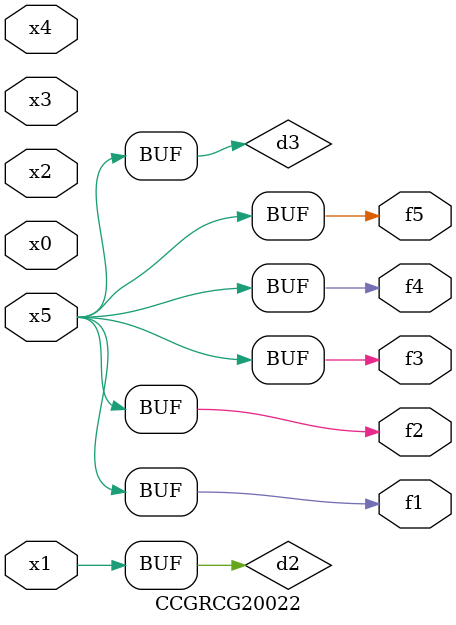
<source format=v>
module CCGRCG20022(
	input x0, x1, x2, x3, x4, x5,
	output f1, f2, f3, f4, f5
);

	wire d1, d2, d3;

	not (d1, x5);
	or (d2, x1);
	xnor (d3, d1);
	assign f1 = d3;
	assign f2 = d3;
	assign f3 = d3;
	assign f4 = d3;
	assign f5 = d3;
endmodule

</source>
